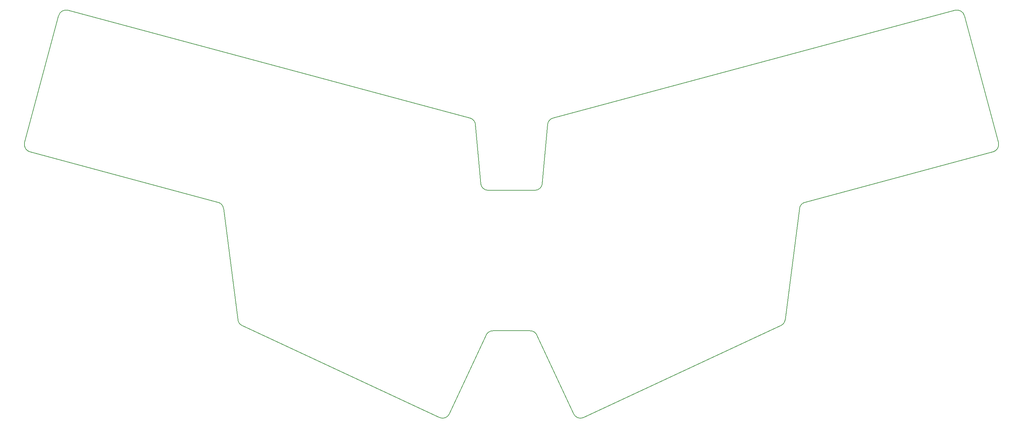
<source format=gbr>
%TF.GenerationSoftware,KiCad,Pcbnew,8.0.1*%
%TF.CreationDate,2024-08-13T22:00:52-05:00*%
%TF.ProjectId,tonyverse,746f6e79-7665-4727-9365-2e6b69636164,v1.0.0*%
%TF.SameCoordinates,Original*%
%TF.FileFunction,Profile,NP*%
%FSLAX46Y46*%
G04 Gerber Fmt 4.6, Leading zero omitted, Abs format (unit mm)*
G04 Created by KiCad (PCBNEW 8.0.1) date 2024-08-13 22:00:52*
%MOMM*%
%LPD*%
G01*
G04 APERTURE LIST*
%TA.AperFunction,Profile*%
%ADD10C,0.150000*%
%TD*%
G04 APERTURE END LIST*
D10*
X168557909Y-146271290D02*
X180976587Y-146271290D01*
X103094261Y-182255066D02*
G75*
G02*
X101955953Y-180698166I845239J1812566D01*
G01*
X155568813Y-206724351D02*
X103094261Y-182255065D01*
X251391045Y-151125519D02*
X247578582Y-180698171D01*
X158226666Y-205756972D02*
G75*
G02*
X155568848Y-206724275I-1812566J845272D01*
G01*
X193965682Y-206724350D02*
G75*
G02*
X191307761Y-205757004I-845282J1812650D01*
G01*
X184355453Y-128788873D02*
G75*
G02*
X185830012Y-127033416I1992247J-176427D01*
G01*
X182968791Y-144447709D02*
X184355452Y-128788873D01*
X246440234Y-182255065D02*
X193965682Y-206724351D01*
X304315580Y-133590548D02*
G75*
G02*
X302901377Y-136040073I-1931880J-517652D01*
G01*
X302901367Y-136040038D02*
X252856991Y-149449388D01*
X168000077Y-184797825D02*
G75*
G02*
X169812692Y-183643077I1812623J-845275D01*
G01*
X56727071Y-98368930D02*
X163704477Y-127033440D01*
X101955913Y-180698171D02*
X98143451Y-151125519D01*
X96677504Y-149449389D02*
G75*
G02*
X98143441Y-151125520I-517604J-1931811D01*
G01*
X45218915Y-133590548D02*
X54277581Y-99783144D01*
X251391045Y-151125519D02*
G75*
G02*
X252856988Y-149449377I1983555J-255681D01*
G01*
X292807425Y-98368931D02*
G75*
G02*
X295256970Y-99783129I517675J-1931869D01*
G01*
X247578582Y-180698171D02*
G75*
G02*
X246440250Y-182255099I-1983582J255671D01*
G01*
X165179043Y-128788873D02*
X166565705Y-144447709D01*
X179721803Y-183643062D02*
G75*
G02*
X181534436Y-184797817I-3J-2000038D01*
G01*
X46633128Y-136040036D02*
G75*
G02*
X45218955Y-133590559I517672J1931836D01*
G01*
X168557909Y-146271290D02*
G75*
G02*
X166565705Y-144447709I-9J1999990D01*
G01*
X182968791Y-144447709D02*
G75*
G02*
X180976587Y-146271286I-1992191J176409D01*
G01*
X191307830Y-205756972D02*
X181534419Y-184797825D01*
X54277581Y-99783144D02*
G75*
G02*
X56727057Y-98368981I1931819J-517656D01*
G01*
X179721804Y-183643062D02*
X169812692Y-183643062D01*
X168000076Y-184797825D02*
X158226666Y-205756972D01*
X185830018Y-127033440D02*
X292807424Y-98368930D01*
X295256914Y-99783144D02*
X304315581Y-133590548D01*
X96677504Y-149449388D02*
X46633128Y-136040038D01*
X163704477Y-127033440D02*
G75*
G02*
X165179021Y-128788875I-517677J-1931860D01*
G01*
M02*

</source>
